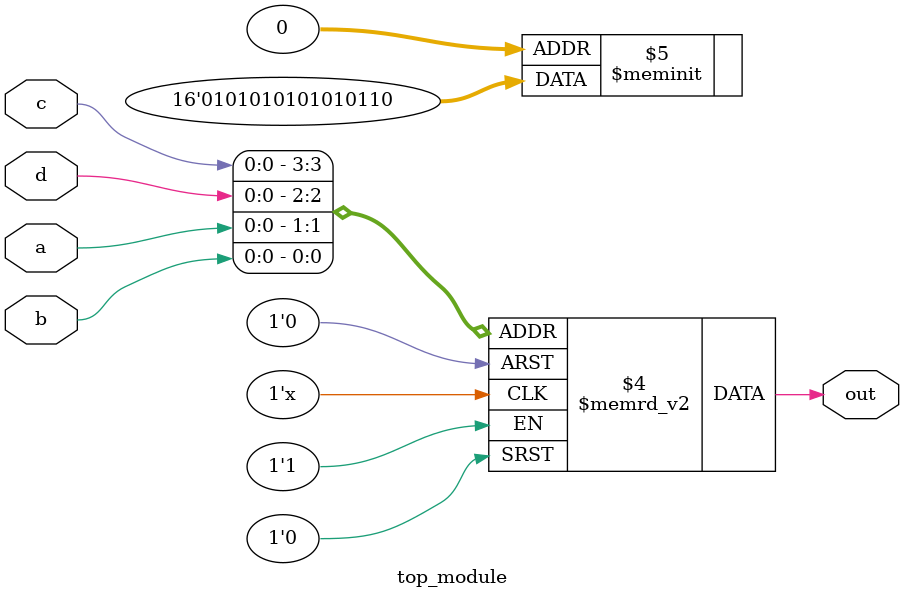
<source format=sv>
module top_module (
    input a, 
    input b,
    input c,
    input d,
    output reg out
);

always @(*) begin
    case ({c, d, a, b})
        4'b0000: out = 1'b0;
        4'b0001: out = 1'b1;
        4'b0011: out = 1'b0;
        4'b0010: out = 1'b1;
        4'b0111: out = 1'b0;
        4'b0110: out = 1'b1;
        4'b0101: out = 1'b0;
        4'b0100: out = 1'b1;
        4'b1111: out = 1'b0;
        4'b1110: out = 1'b1;
        4'b1101: out = 1'b0;
        4'b1100: out = 1'b1;
        4'b1011: out = 1'b0;
        4'b1010: out = 1'b1;
        4'b1001: out = 1'b0;
        4'b1000: out = 1'b1;
    endcase
end

endmodule

</source>
